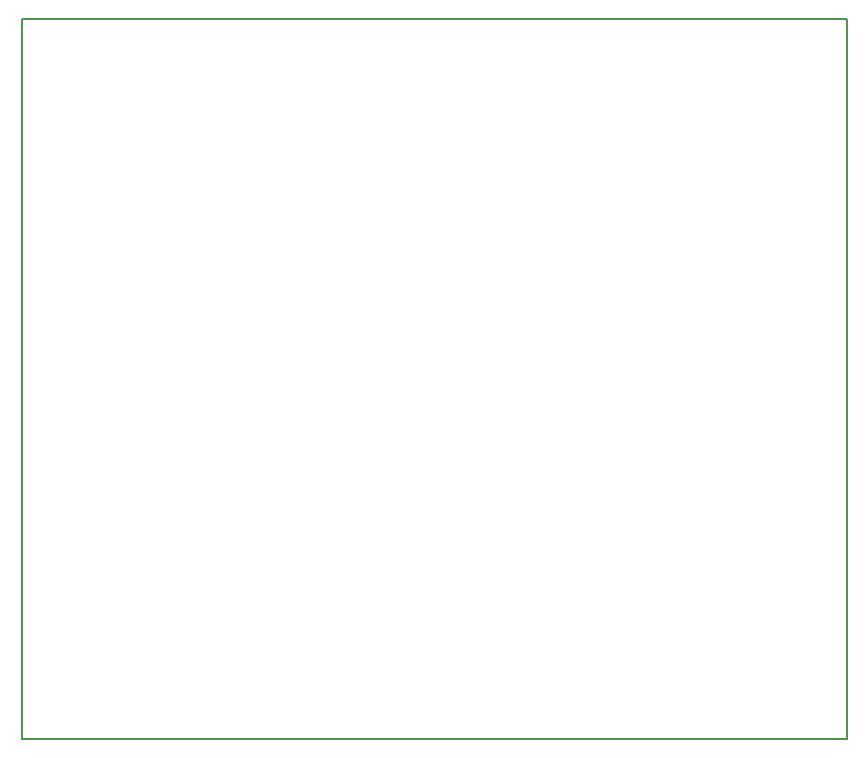
<source format=gbr>
%TF.GenerationSoftware,KiCad,Pcbnew,7.0.9*%
%TF.CreationDate,2023-12-15T17:57:28+01:00*%
%TF.ProjectId,MOSHield2,4d4f5348-6965-46c6-9432-2e6b69636164,rev?*%
%TF.SameCoordinates,Original*%
%TF.FileFunction,Profile,NP*%
%FSLAX46Y46*%
G04 Gerber Fmt 4.6, Leading zero omitted, Abs format (unit mm)*
G04 Created by KiCad (PCBNEW 7.0.9) date 2023-12-15 17:57:28*
%MOMM*%
%LPD*%
G01*
G04 APERTURE LIST*
%TA.AperFunction,Profile*%
%ADD10C,0.150000*%
%TD*%
G04 APERTURE END LIST*
D10*
X100000000Y-105080000D02*
X100000000Y-44120000D01*
X169850000Y-44120000D02*
X169850000Y-105080000D01*
X169850000Y-105080000D02*
X100000000Y-105080000D01*
X100000000Y-44120000D02*
X169850000Y-44120000D01*
M02*

</source>
